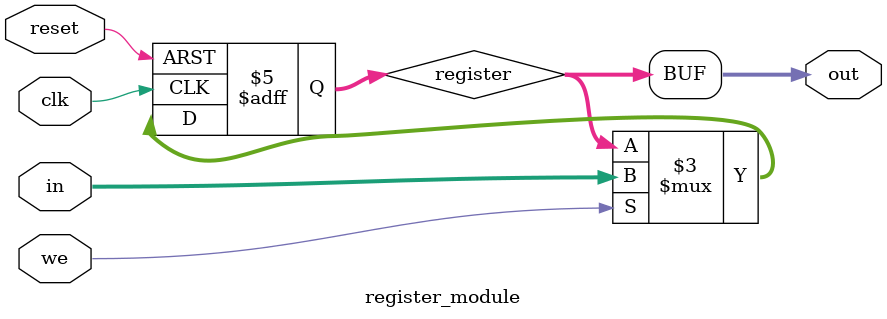
<source format=v>


module register_module #(parameter n=32)(
    input [n-1:0] in,
    input clk,
    input we,
    output [n-1:0] out,
    input reset
);

reg [n-1:0] register;

assign out = register;

always@(posedge clk or posedge reset) begin
    if(reset) begin
        register <= {n{1'b0}};
    end
    else
    if(we == 1'b1) begin
        register <= in;
    end
end




endmodule


// module main;

// reg [1:0] in;
// reg clk;
// reg we;
// wire [1:0] out;
// register_module register(.in(in),.clk(clk),.we(we),.out(out));
// initial begin
//     $display("in clk we out");
//     $monitor("%b %b %b\t %b",in,clk,we,out);
//         we=1;
//         clk=0; in=0; #10;
//         clk=1; #10;
//         clk=0; in=1; #10;
//         clk=1; #10;
//         clk=0; in=2; #10;
//         clk=1; #10;


//     $finish;
// end
// endmodule
</source>
